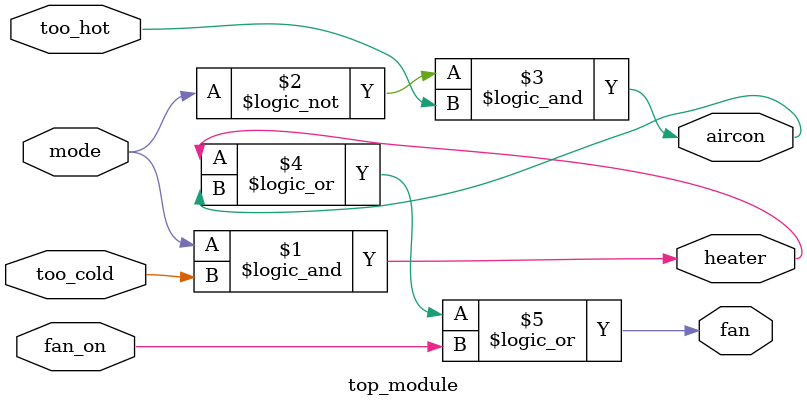
<source format=v>
module top_module (
    input too_cold,
    input too_hot,
    input mode,
    input fan_on,
    output heater,
    output aircon,
    output fan
); 
    
    assign heater = (mode && too_cold);
    assign aircon = (!mode && too_hot);
    
    assign fan = (heater || aircon || fan_on);

endmodule

</source>
